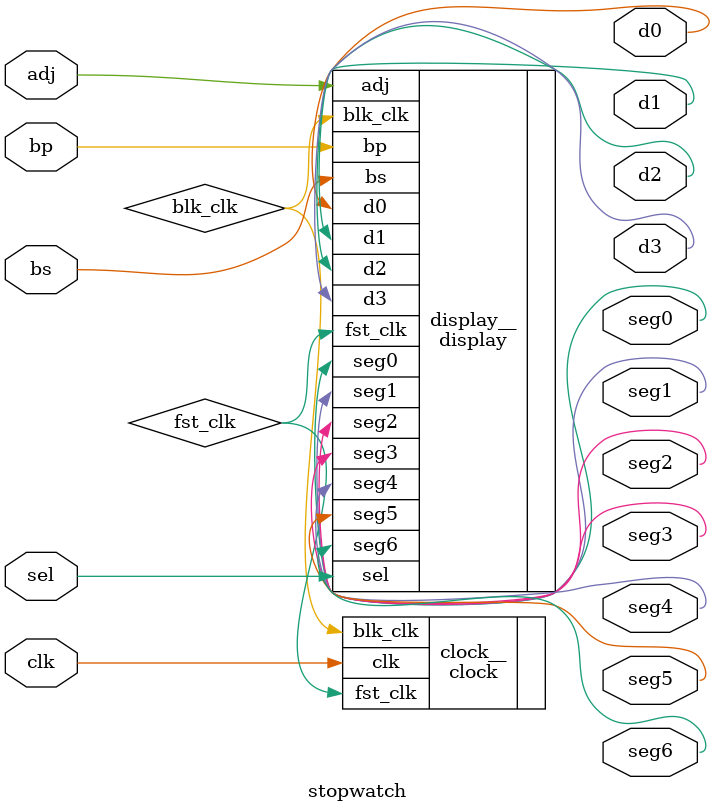
<source format=v>
`timescale 1ns / 1ps
module stopwatch(
	//input
	clk,
	adj, sel, 
	bp, bs, 
	//output
	seg0, seg1, seg2, seg3, seg4, seg5, seg6,
	d0, d1, d2, d3
);

input sel, adj, bs, bp, clk;	 
output seg0, seg1, seg2, seg3, seg4, seg5, seg6, d0, d1, d2, d3;
	 
wire fst_clk;
wire blk_clk;

clock clock__ (
	//input
	.clk (clk),
	//output
	.fst_clk (fst_clk),
	.blk_clk (blk_clk)
);

display display__ (
	//input 
	.fst_clk (fst_clk),
	.blk_clk (blk_clk),

	//output
	.adj		(adj),
	.sel		(sel),
	.bp   	(bp),
	.bs		(bs),
	.seg0   	(seg0),
	.seg1 	(seg1), 
	.seg2 	(seg2), 
	.seg3 	(seg3),
	.seg4 	(seg4),
	.seg5 	(seg5),
	.seg6 	(seg6),
	.d0		(d0),
	.d1		(d1),
	.d2		(d2),
	.d3		(d3)
);

endmodule


</source>
